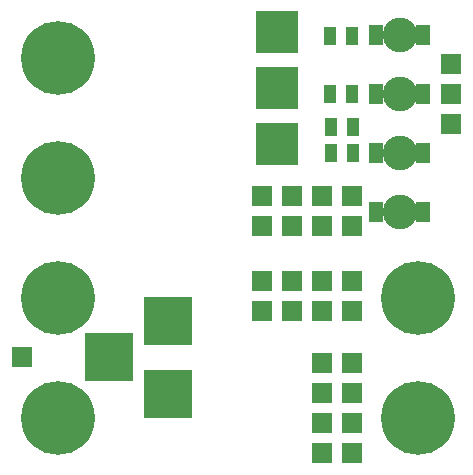
<source format=gbr>
G04 #@! TF.FileFunction,Soldermask,Top*
%FSLAX46Y46*%
G04 Gerber Fmt 4.6, Leading zero omitted, Abs format (unit mm)*
G04 Created by KiCad (PCBNEW 4.0.1-stable) date 18. 2. 2016 10:36:58*
%MOMM*%
G01*
G04 APERTURE LIST*
%ADD10C,0.300000*%
%ADD11C,6.240000*%
%ADD12R,1.764000X1.764000*%
%ADD13R,4.050000X4.050000*%
%ADD14R,1.129000X1.637000*%
%ADD15R,3.640000X3.640000*%
%ADD16R,1.290000X1.740000*%
%ADD17C,2.940000*%
G04 APERTURE END LIST*
D10*
D11*
X35560000Y15240000D03*
D12*
X29972000Y2095500D03*
X27432000Y2095500D03*
X29972000Y4635500D03*
X27432000Y4635500D03*
X29972000Y7175500D03*
X27432000Y7175500D03*
X29972000Y9715500D03*
X27432000Y9715500D03*
D13*
X14351000Y13312000D03*
X14351000Y7112000D03*
X9351000Y10212000D03*
D12*
X22352000Y14160500D03*
X22352000Y16700500D03*
X22352000Y21336000D03*
X22352000Y23876000D03*
X24892000Y21336000D03*
X24892000Y23876000D03*
X24892000Y14160500D03*
X24892000Y16700500D03*
X38354000Y35052000D03*
X38354000Y29972000D03*
D14*
X30035500Y27495500D03*
X28130500Y27495500D03*
X29972000Y37465000D03*
X28067000Y37465000D03*
X30035500Y29718000D03*
X28130500Y29718000D03*
D15*
X23622000Y28320000D03*
X23622000Y33020000D03*
X23622000Y37720000D03*
D11*
X5080000Y15240000D03*
X35560000Y5080000D03*
X5080000Y5080000D03*
X5080000Y25400000D03*
X5080000Y35560000D03*
D12*
X38354000Y32512000D03*
D14*
X29972000Y32512000D03*
X28067000Y32512000D03*
D16*
X35972500Y22500000D03*
X31972500Y22500000D03*
D17*
X33972500Y22500000D03*
D16*
X35972500Y37500000D03*
X31972500Y37500000D03*
D17*
X33972500Y37500000D03*
D16*
X35972500Y27495500D03*
X31972500Y27495500D03*
D17*
X33972500Y27495500D03*
D16*
X35972500Y32500000D03*
X31972500Y32500000D03*
D17*
X33972500Y32500000D03*
D12*
X29972000Y14160500D03*
X29972000Y16700500D03*
X29972000Y21336000D03*
X29972000Y23876000D03*
X27432000Y21336000D03*
X27432000Y23876000D03*
X27432000Y14160500D03*
X27432000Y16700500D03*
X1968500Y10287000D03*
M02*

</source>
